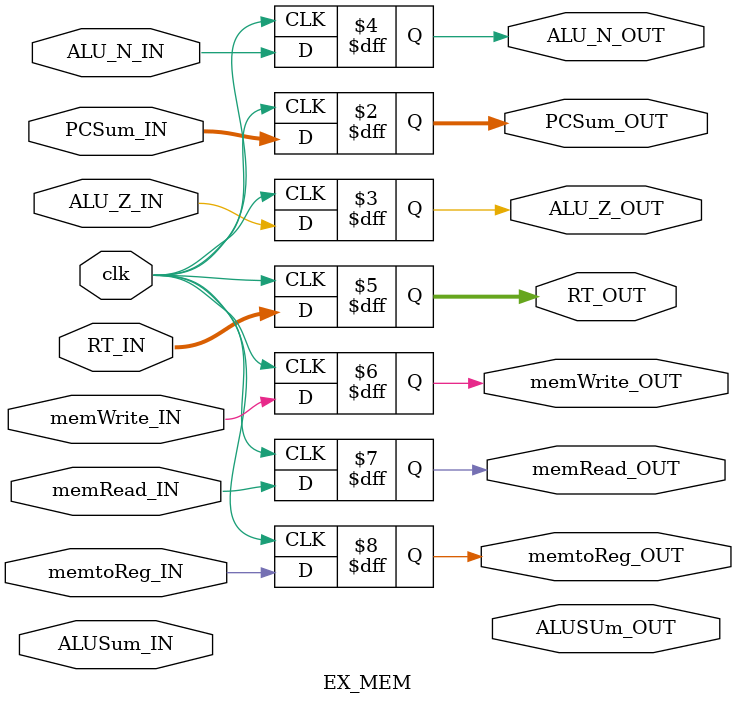
<source format=v>
`timescale 1ns/1ps

module EX_MEM (
    input [7:0] PCSum_IN,
    input [31:0] ALUSum_IN,
    input ALU_Z_IN, ALU_N_IN,
    input [31:0] RT_IN,
    input memWrite_IN, memRead_IN, memtoReg_IN,
    input clk,
    /////////////////////////////////////////////////////////////////
    output reg [7:0] PCSum_OUT,
    output reg [31:0] ALUSUm_OUT,
    output reg ALU_Z_OUT, ALU_N_OUT,
    output reg [31:0] RT_OUT,
    output reg memWrite_OUT, memRead_OUT, memtoReg_OUT
);

    always @(negedge clk)
    begin
        PCSum_OUT = PCSum_IN;
        ALUSum_OUT = ALUSum_IN;
        ALU_Z_OUT = ALU_Z_IN;
        ALU_N_OUT = ALU_N_IN;
        RT_OUT = RT_IN;
        memWrite_OUT = memWrite_IN;
        memRead_OUT = memRead_IN;
        memtoReg_OUT = memtoReg_IN;
    end
endmodule
</source>
